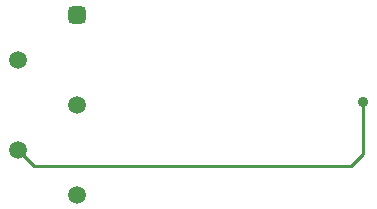
<source format=gbl>
G04*
G04 #@! TF.GenerationSoftware,Altium Limited,Altium Designer,24.8.2 (39)*
G04*
G04 Layer_Physical_Order=2*
G04 Layer_Color=16711680*
%FSLAX44Y44*%
%MOMM*%
G71*
G04*
G04 #@! TF.SameCoordinates,27CDC404-796B-4BEE-BB71-1A0BAB082429*
G04*
G04*
G04 #@! TF.FilePolarity,Positive*
G04*
G01*
G75*
%ADD10C,0.2540*%
%ADD20C,1.5000*%
G04:AMPARAMS|DCode=21|XSize=1.5mm|YSize=1.5mm|CornerRadius=0.375mm|HoleSize=0mm|Usage=FLASHONLY|Rotation=90.000|XOffset=0mm|YOffset=0mm|HoleType=Round|Shape=RoundedRectangle|*
%AMROUNDEDRECTD21*
21,1,1.5000,0.7500,0,0,90.0*
21,1,0.7500,1.5000,0,0,90.0*
1,1,0.7500,0.3750,0.3750*
1,1,0.7500,0.3750,-0.3750*
1,1,0.7500,-0.3750,-0.3750*
1,1,0.7500,-0.3750,0.3750*
%
%ADD21ROUNDEDRECTD21*%
%ADD22C,0.8890*%
D10*
X332740Y83820D02*
Y128270D01*
X322580Y73660D02*
X332740Y83820D01*
X40470Y87230D02*
X54040Y73660D01*
X322580D01*
D20*
X90470Y49130D02*
D03*
X40470Y163430D02*
D03*
X90470Y125330D02*
D03*
X40470Y87230D02*
D03*
D21*
X90470Y201530D02*
D03*
D22*
X332740Y128270D02*
D03*
M02*

</source>
